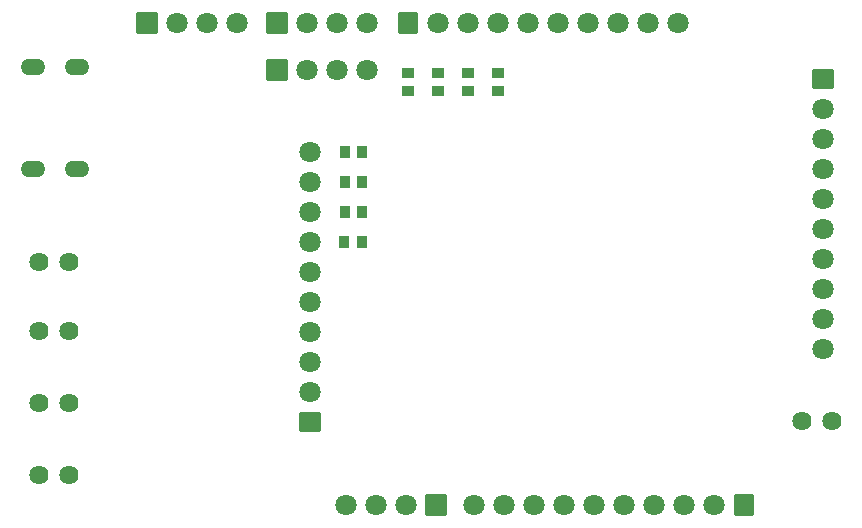
<source format=gbs>
G04 Layer: BottomSolderMaskLayer*
G04 EasyEDA Pro v2.2.27.1, 2024-09-16 12:01:29*
G04 Gerber Generator version 0.3*
G04 Scale: 100 percent, Rotated: No, Reflected: No*
G04 Dimensions in millimeters*
G04 Leading zeros omitted, absolute positions, 3 integers and 5 decimals*
%FSLAX35Y35*%
%MOMM*%
%AMRoundRect*1,1,$1,$2,$3*1,1,$1,$4,$5*1,1,$1,0-$2,0-$3*1,1,$1,0-$4,0-$5*20,1,$1,$2,$3,$4,$5,0*20,1,$1,$4,$5,0-$2,0-$3,0*20,1,$1,0-$2,0-$3,0-$4,0-$5,0*20,1,$1,0-$4,0-$5,$2,$3,0*4,1,4,$2,$3,$4,$5,0-$2,0-$3,0-$4,0-$5,$2,$3,0*%
%ADD10C,1.8016*%
%ADD11RoundRect,0.09579X-0.8529X-0.7903X-0.8529X0.7903*%
%ADD12RoundRect,0.09579X-0.7903X0.8529X0.7903X0.8529*%
%ADD13RoundRect,0.09579X0.8529X0.7903X0.8529X-0.7903*%
%ADD14RoundRect,0.09579X0.7903X-0.8529X-0.7903X-0.8529*%
%ADD15RoundRect,0.09618X-0.85271X0.85271X0.85271X0.85271*%
%ADD16O,2.10002X1.35004*%
%ADD17RoundRect,0.09618X0.85271X-0.85271X-0.85271X-0.85271*%
%ADD18RoundRect,0.09138X-0.40835X0.43712X0.40835X0.43712*%
%ADD19RoundRect,0.09138X0.43712X0.40835X0.43712X-0.40835*%
%ADD20C,1.6256*%
G75*


G04 Pad Start*
G54D10*
G01X2533650Y-1377950D03*
G01X2533650Y-1631950D03*
G01X2533650Y-1885950D03*
G01X2533650Y-2139950D03*
G01X2533650Y-2393950D03*
G01X2533650Y-2647950D03*
G01X2533650Y-2901950D03*
G01X2533650Y-3155950D03*
G01X2533650Y-3409950D03*
G54D11*
G01X2533650Y-3663950D03*
G54D10*
G01X5645150Y-285750D03*
G01X5391150Y-285750D03*
G01X5137150Y-285750D03*
G01X4883150Y-285750D03*
G01X4629150Y-285750D03*
G01X4375150Y-285750D03*
G01X4121150Y-285750D03*
G01X3867150Y-285750D03*
G01X3613150Y-285750D03*
G54D12*
G01X3359150Y-285750D03*
G54D10*
G01X6877050Y-3041650D03*
G01X6877050Y-2787650D03*
G01X6877050Y-2533650D03*
G01X6877050Y-2279650D03*
G01X6877050Y-2025650D03*
G01X6877050Y-1771650D03*
G01X6877050Y-1517650D03*
G01X6877050Y-1263650D03*
G01X6877050Y-1009650D03*
G54D13*
G01X6877050Y-755650D03*
G54D10*
G01X3917950Y-4362450D03*
G01X4171950Y-4362450D03*
G01X4425950Y-4362450D03*
G01X4679950Y-4362450D03*
G01X4933950Y-4362450D03*
G01X5187950Y-4362450D03*
G01X5441950Y-4362450D03*
G01X5695950Y-4362450D03*
G01X5949950Y-4362450D03*
G54D14*
G01X6203950Y-4362450D03*
G54D15*
G01X2254750Y-285750D03*
G54D10*
G01X2508750Y-285750D03*
G01X2762750Y-285750D03*
G01X3016750Y-285750D03*
G54D15*
G01X1149350Y-285750D03*
G54D10*
G01X1403350Y-285750D03*
G01X1657350Y-285750D03*
G01X1911350Y-285750D03*
G54D15*
G01X2254750Y-679450D03*
G54D10*
G01X2508750Y-679450D03*
G01X2762750Y-679450D03*
G01X3016750Y-679450D03*
G54D16*
G01X561150Y-1517853D03*
G01X561150Y-653847D03*
G01X186144Y-653847D03*
G01X186144Y-1517853D03*
G54D17*
G01X3600450Y-4362450D03*
G54D10*
G01X3346450Y-4362450D03*
G01X3092450Y-4362450D03*
G01X2838450Y-4362450D03*
G54D18*
G01X2973454Y-2136186D03*
G01X2822781Y-2136186D03*
G01X2975181Y-1883792D03*
G01X2824508Y-1883792D03*
G01X2975181Y-1631398D03*
G01X2824508Y-1631398D03*
G01X2975181Y-1379004D03*
G01X2824508Y-1379004D03*
G54D19*
G01X3359150Y-856386D03*
G01X3359150Y-705714D03*
G01X3613150Y-856386D03*
G01X3613150Y-705714D03*
G01X4121150Y-856386D03*
G01X4121150Y-705714D03*
G01X3867150Y-856386D03*
G01X3867150Y-705714D03*
G54D20*
G01X6699250Y-3651250D03*
G01X6953250Y-3651250D03*
G01X487490Y-2892764D03*
G01X233490Y-2892764D03*
G01X487490Y-3500607D03*
G01X233490Y-3500607D03*
G01X487490Y-4108450D03*
G01X233490Y-4108450D03*
G01X488950Y-2305050D03*
G01X234950Y-2305050D03*
G04 Pad End*

M02*


</source>
